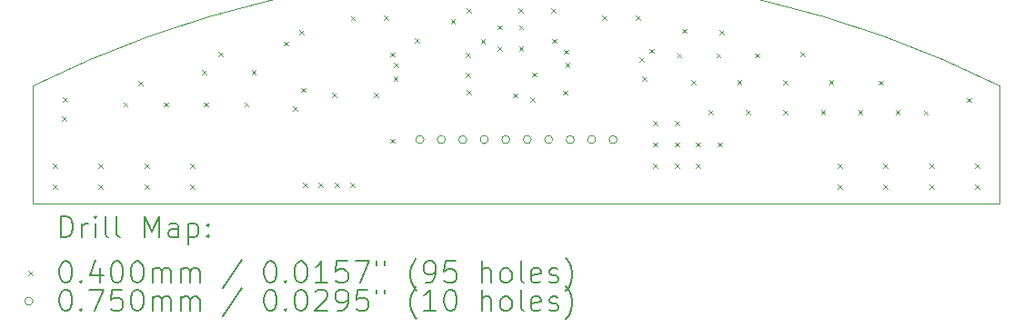
<source format=gbr>
%FSLAX45Y45*%
G04 Gerber Fmt 4.5, Leading zero omitted, Abs format (unit mm)*
G04 Created by KiCad (PCBNEW (6.0.6)) date 2022-07-17 20:06:46*
%MOMM*%
%LPD*%
G01*
G04 APERTURE LIST*
%TA.AperFunction,Profile*%
%ADD10C,0.050000*%
%TD*%
%ADD11C,0.200000*%
%ADD12C,0.040000*%
%ADD13C,0.075000*%
G04 APERTURE END LIST*
D10*
X12500000Y-10800000D02*
X12500000Y-11900000D01*
X21500000Y-10800000D02*
G75*
G03*
X12500000Y-10800000I-4500000J-9025604D01*
G01*
X12500000Y-11900000D02*
X21500000Y-11900000D01*
X21500000Y-11900000D02*
X21500000Y-10800000D01*
D11*
D12*
X12682000Y-11523000D02*
X12722000Y-11563000D01*
X12722000Y-11523000D02*
X12682000Y-11563000D01*
X12682000Y-11718000D02*
X12722000Y-11758000D01*
X12722000Y-11718000D02*
X12682000Y-11758000D01*
X12770000Y-11086000D02*
X12810000Y-11126000D01*
X12810000Y-11086000D02*
X12770000Y-11126000D01*
X12775000Y-10906000D02*
X12815000Y-10946000D01*
X12815000Y-10906000D02*
X12775000Y-10946000D01*
X13109000Y-11523000D02*
X13149000Y-11563000D01*
X13149000Y-11523000D02*
X13109000Y-11563000D01*
X13109000Y-11718000D02*
X13149000Y-11758000D01*
X13149000Y-11718000D02*
X13109000Y-11758000D01*
X13341000Y-10954000D02*
X13381000Y-10994000D01*
X13381000Y-10954000D02*
X13341000Y-10994000D01*
X13479000Y-10753000D02*
X13519000Y-10793000D01*
X13519000Y-10753000D02*
X13479000Y-10793000D01*
X13536000Y-11523000D02*
X13576000Y-11563000D01*
X13576000Y-11523000D02*
X13536000Y-11563000D01*
X13536000Y-11718000D02*
X13576000Y-11758000D01*
X13576000Y-11718000D02*
X13536000Y-11758000D01*
X13716333Y-10954000D02*
X13756333Y-10994000D01*
X13756333Y-10954000D02*
X13716333Y-10994000D01*
X13963000Y-11523000D02*
X14003000Y-11563000D01*
X14003000Y-11523000D02*
X13963000Y-11563000D01*
X13963000Y-11718000D02*
X14003000Y-11758000D01*
X14003000Y-11718000D02*
X13963000Y-11758000D01*
X14074000Y-10650000D02*
X14114000Y-10690000D01*
X14114000Y-10650000D02*
X14074000Y-10690000D01*
X14091667Y-10954000D02*
X14131667Y-10994000D01*
X14131667Y-10954000D02*
X14091667Y-10994000D01*
X14222000Y-10486000D02*
X14262000Y-10526000D01*
X14262000Y-10486000D02*
X14222000Y-10526000D01*
X14467000Y-10954000D02*
X14507000Y-10994000D01*
X14507000Y-10954000D02*
X14467000Y-10994000D01*
X14533000Y-10652000D02*
X14573000Y-10692000D01*
X14573000Y-10652000D02*
X14533000Y-10692000D01*
X14832000Y-10385000D02*
X14872000Y-10425000D01*
X14872000Y-10385000D02*
X14832000Y-10425000D01*
X14920000Y-10992000D02*
X14960000Y-11032000D01*
X14960000Y-10992000D02*
X14920000Y-11032000D01*
X14979000Y-10283000D02*
X15019000Y-10323000D01*
X15019000Y-10283000D02*
X14979000Y-10323000D01*
X14994000Y-10818000D02*
X15034000Y-10858000D01*
X15034000Y-10818000D02*
X14994000Y-10858000D01*
X15012000Y-11705000D02*
X15052000Y-11745000D01*
X15052000Y-11705000D02*
X15012000Y-11745000D01*
X15159000Y-11705000D02*
X15199000Y-11745000D01*
X15199000Y-11705000D02*
X15159000Y-11745000D01*
X15282000Y-10864000D02*
X15322000Y-10904000D01*
X15322000Y-10864000D02*
X15282000Y-10904000D01*
X15306000Y-11705000D02*
X15346000Y-11745000D01*
X15346000Y-11705000D02*
X15306000Y-11745000D01*
X15453000Y-11705000D02*
X15493000Y-11745000D01*
X15493000Y-11705000D02*
X15453000Y-11745000D01*
X15456000Y-10148000D02*
X15496000Y-10188000D01*
X15496000Y-10148000D02*
X15456000Y-10188000D01*
X15674000Y-10864000D02*
X15714000Y-10904000D01*
X15714000Y-10864000D02*
X15674000Y-10904000D01*
X15763000Y-10147000D02*
X15803000Y-10187000D01*
X15803000Y-10147000D02*
X15763000Y-10187000D01*
X15823000Y-11291000D02*
X15863000Y-11331000D01*
X15863000Y-11291000D02*
X15823000Y-11331000D01*
X15824453Y-10486547D02*
X15864453Y-10526547D01*
X15864453Y-10486547D02*
X15824453Y-10526547D01*
X15854500Y-10712500D02*
X15894500Y-10752500D01*
X15894500Y-10712500D02*
X15854500Y-10752500D01*
X15859500Y-10582500D02*
X15899500Y-10622500D01*
X15899500Y-10582500D02*
X15859500Y-10622500D01*
X16056224Y-10358286D02*
X16096224Y-10398286D01*
X16096224Y-10358286D02*
X16056224Y-10398286D01*
X16388000Y-10178000D02*
X16428000Y-10218000D01*
X16428000Y-10178000D02*
X16388000Y-10218000D01*
X16528000Y-10491000D02*
X16568000Y-10531000D01*
X16568000Y-10491000D02*
X16528000Y-10531000D01*
X16528000Y-10681000D02*
X16568000Y-10721000D01*
X16568000Y-10681000D02*
X16528000Y-10721000D01*
X16537000Y-10078000D02*
X16577000Y-10118000D01*
X16577000Y-10078000D02*
X16537000Y-10118000D01*
X16538000Y-10841000D02*
X16578000Y-10881000D01*
X16578000Y-10841000D02*
X16538000Y-10881000D01*
X16666250Y-10364750D02*
X16706250Y-10404750D01*
X16706250Y-10364750D02*
X16666250Y-10404750D01*
X16824000Y-10233000D02*
X16864000Y-10273000D01*
X16864000Y-10233000D02*
X16824000Y-10273000D01*
X16824000Y-10433000D02*
X16864000Y-10473000D01*
X16864000Y-10433000D02*
X16824000Y-10473000D01*
X16966000Y-10868000D02*
X17006000Y-10908000D01*
X17006000Y-10868000D02*
X16966000Y-10908000D01*
X17019000Y-10078000D02*
X17059000Y-10118000D01*
X17059000Y-10078000D02*
X17019000Y-10118000D01*
X17024000Y-10233000D02*
X17064000Y-10273000D01*
X17064000Y-10233000D02*
X17024000Y-10273000D01*
X17024000Y-10433000D02*
X17064000Y-10473000D01*
X17064000Y-10433000D02*
X17024000Y-10473000D01*
X17129000Y-10904000D02*
X17169000Y-10944000D01*
X17169000Y-10904000D02*
X17129000Y-10944000D01*
X17148000Y-10674000D02*
X17188000Y-10714000D01*
X17188000Y-10674000D02*
X17148000Y-10714000D01*
X17323000Y-10076000D02*
X17363000Y-10116000D01*
X17363000Y-10076000D02*
X17323000Y-10116000D01*
X17331000Y-10360000D02*
X17371000Y-10400000D01*
X17371000Y-10360000D02*
X17331000Y-10400000D01*
X17436000Y-10843000D02*
X17476000Y-10883000D01*
X17476000Y-10843000D02*
X17436000Y-10883000D01*
X17445000Y-10462000D02*
X17485000Y-10502000D01*
X17485000Y-10462000D02*
X17445000Y-10502000D01*
X17454500Y-10582500D02*
X17494500Y-10622500D01*
X17494500Y-10582500D02*
X17454500Y-10622500D01*
X17800000Y-10146000D02*
X17840000Y-10186000D01*
X17840000Y-10146000D02*
X17800000Y-10186000D01*
X18111000Y-10147000D02*
X18151000Y-10187000D01*
X18151000Y-10147000D02*
X18111000Y-10187000D01*
X18142000Y-10534000D02*
X18182000Y-10574000D01*
X18182000Y-10534000D02*
X18142000Y-10574000D01*
X18172500Y-10712500D02*
X18212500Y-10752500D01*
X18212500Y-10712500D02*
X18172500Y-10752500D01*
X18236500Y-10452500D02*
X18276500Y-10492500D01*
X18276500Y-10452500D02*
X18236500Y-10492500D01*
X18272000Y-11126000D02*
X18312000Y-11166000D01*
X18312000Y-11126000D02*
X18272000Y-11166000D01*
X18272000Y-11326000D02*
X18312000Y-11366000D01*
X18312000Y-11326000D02*
X18272000Y-11366000D01*
X18272000Y-11526000D02*
X18312000Y-11566000D01*
X18312000Y-11526000D02*
X18272000Y-11566000D01*
X18472000Y-11126000D02*
X18512000Y-11166000D01*
X18512000Y-11126000D02*
X18472000Y-11166000D01*
X18472000Y-11326000D02*
X18512000Y-11366000D01*
X18512000Y-11326000D02*
X18472000Y-11366000D01*
X18472000Y-11526000D02*
X18512000Y-11566000D01*
X18512000Y-11526000D02*
X18472000Y-11566000D01*
X18496000Y-10497000D02*
X18536000Y-10537000D01*
X18536000Y-10497000D02*
X18496000Y-10537000D01*
X18545000Y-10268000D02*
X18585000Y-10308000D01*
X18585000Y-10268000D02*
X18545000Y-10308000D01*
X18629000Y-10747000D02*
X18669000Y-10787000D01*
X18669000Y-10747000D02*
X18629000Y-10787000D01*
X18672000Y-11326000D02*
X18712000Y-11366000D01*
X18712000Y-11326000D02*
X18672000Y-11366000D01*
X18672000Y-11526000D02*
X18712000Y-11566000D01*
X18712000Y-11526000D02*
X18672000Y-11566000D01*
X18788200Y-11024000D02*
X18828200Y-11064000D01*
X18828200Y-11024000D02*
X18788200Y-11064000D01*
X18859500Y-10497000D02*
X18899500Y-10537000D01*
X18899500Y-10497000D02*
X18859500Y-10537000D01*
X18872000Y-11326000D02*
X18912000Y-11366000D01*
X18912000Y-11326000D02*
X18872000Y-11366000D01*
X18891000Y-10281000D02*
X18931000Y-10321000D01*
X18931000Y-10281000D02*
X18891000Y-10321000D01*
X19056000Y-10747000D02*
X19096000Y-10787000D01*
X19096000Y-10747000D02*
X19056000Y-10787000D01*
X19136400Y-11024000D02*
X19176400Y-11064000D01*
X19176400Y-11024000D02*
X19136400Y-11064000D01*
X19223000Y-10497000D02*
X19263000Y-10537000D01*
X19263000Y-10497000D02*
X19223000Y-10537000D01*
X19483000Y-10747000D02*
X19523000Y-10787000D01*
X19523000Y-10747000D02*
X19483000Y-10787000D01*
X19484600Y-11024000D02*
X19524600Y-11064000D01*
X19524600Y-11024000D02*
X19484600Y-11064000D01*
X19644000Y-10486000D02*
X19684000Y-10526000D01*
X19684000Y-10486000D02*
X19644000Y-10526000D01*
X19832800Y-11024000D02*
X19872800Y-11064000D01*
X19872800Y-11024000D02*
X19832800Y-11064000D01*
X19910000Y-10747000D02*
X19950000Y-10787000D01*
X19950000Y-10747000D02*
X19910000Y-10787000D01*
X19989000Y-11523000D02*
X20029000Y-11563000D01*
X20029000Y-11523000D02*
X19989000Y-11563000D01*
X19989000Y-11718000D02*
X20029000Y-11758000D01*
X20029000Y-11718000D02*
X19989000Y-11758000D01*
X20181000Y-11024000D02*
X20221000Y-11064000D01*
X20221000Y-11024000D02*
X20181000Y-11064000D01*
X20372000Y-10751000D02*
X20412000Y-10791000D01*
X20412000Y-10751000D02*
X20372000Y-10791000D01*
X20416000Y-11523000D02*
X20456000Y-11563000D01*
X20456000Y-11523000D02*
X20416000Y-11563000D01*
X20416000Y-11718000D02*
X20456000Y-11758000D01*
X20456000Y-11718000D02*
X20416000Y-11758000D01*
X20529200Y-11024000D02*
X20569200Y-11064000D01*
X20569200Y-11024000D02*
X20529200Y-11064000D01*
X20790000Y-11030000D02*
X20830000Y-11070000D01*
X20830000Y-11030000D02*
X20790000Y-11070000D01*
X20843000Y-11523000D02*
X20883000Y-11563000D01*
X20883000Y-11523000D02*
X20843000Y-11563000D01*
X20843000Y-11718000D02*
X20883000Y-11758000D01*
X20883000Y-11718000D02*
X20843000Y-11758000D01*
X21191000Y-10910000D02*
X21231000Y-10950000D01*
X21231000Y-10910000D02*
X21191000Y-10950000D01*
X21270000Y-11523000D02*
X21310000Y-11563000D01*
X21310000Y-11523000D02*
X21270000Y-11563000D01*
X21270000Y-11718000D02*
X21310000Y-11758000D01*
X21310000Y-11718000D02*
X21270000Y-11758000D01*
D13*
X16137500Y-11300000D02*
G75*
G03*
X16137500Y-11300000I-37500J0D01*
G01*
X16337500Y-11300000D02*
G75*
G03*
X16337500Y-11300000I-37500J0D01*
G01*
X16537500Y-11300000D02*
G75*
G03*
X16537500Y-11300000I-37500J0D01*
G01*
X16737500Y-11300000D02*
G75*
G03*
X16737500Y-11300000I-37500J0D01*
G01*
X16937500Y-11300000D02*
G75*
G03*
X16937500Y-11300000I-37500J0D01*
G01*
X17137500Y-11300000D02*
G75*
G03*
X17137500Y-11300000I-37500J0D01*
G01*
X17337500Y-11300000D02*
G75*
G03*
X17337500Y-11300000I-37500J0D01*
G01*
X17537500Y-11300000D02*
G75*
G03*
X17537500Y-11300000I-37500J0D01*
G01*
X17737500Y-11300000D02*
G75*
G03*
X17737500Y-11300000I-37500J0D01*
G01*
X17937500Y-11300000D02*
G75*
G03*
X17937500Y-11300000I-37500J0D01*
G01*
D11*
X12755119Y-12212976D02*
X12755119Y-12012976D01*
X12802738Y-12012976D01*
X12831309Y-12022500D01*
X12850357Y-12041548D01*
X12859881Y-12060595D01*
X12869405Y-12098690D01*
X12869405Y-12127262D01*
X12859881Y-12165357D01*
X12850357Y-12184405D01*
X12831309Y-12203452D01*
X12802738Y-12212976D01*
X12755119Y-12212976D01*
X12955119Y-12212976D02*
X12955119Y-12079643D01*
X12955119Y-12117738D02*
X12964643Y-12098690D01*
X12974167Y-12089167D01*
X12993214Y-12079643D01*
X13012262Y-12079643D01*
X13078928Y-12212976D02*
X13078928Y-12079643D01*
X13078928Y-12012976D02*
X13069405Y-12022500D01*
X13078928Y-12032024D01*
X13088452Y-12022500D01*
X13078928Y-12012976D01*
X13078928Y-12032024D01*
X13202738Y-12212976D02*
X13183690Y-12203452D01*
X13174167Y-12184405D01*
X13174167Y-12012976D01*
X13307500Y-12212976D02*
X13288452Y-12203452D01*
X13278928Y-12184405D01*
X13278928Y-12012976D01*
X13536071Y-12212976D02*
X13536071Y-12012976D01*
X13602738Y-12155833D01*
X13669405Y-12012976D01*
X13669405Y-12212976D01*
X13850357Y-12212976D02*
X13850357Y-12108214D01*
X13840833Y-12089167D01*
X13821786Y-12079643D01*
X13783690Y-12079643D01*
X13764643Y-12089167D01*
X13850357Y-12203452D02*
X13831309Y-12212976D01*
X13783690Y-12212976D01*
X13764643Y-12203452D01*
X13755119Y-12184405D01*
X13755119Y-12165357D01*
X13764643Y-12146309D01*
X13783690Y-12136786D01*
X13831309Y-12136786D01*
X13850357Y-12127262D01*
X13945595Y-12079643D02*
X13945595Y-12279643D01*
X13945595Y-12089167D02*
X13964643Y-12079643D01*
X14002738Y-12079643D01*
X14021786Y-12089167D01*
X14031309Y-12098690D01*
X14040833Y-12117738D01*
X14040833Y-12174881D01*
X14031309Y-12193928D01*
X14021786Y-12203452D01*
X14002738Y-12212976D01*
X13964643Y-12212976D01*
X13945595Y-12203452D01*
X14126548Y-12193928D02*
X14136071Y-12203452D01*
X14126548Y-12212976D01*
X14117024Y-12203452D01*
X14126548Y-12193928D01*
X14126548Y-12212976D01*
X14126548Y-12089167D02*
X14136071Y-12098690D01*
X14126548Y-12108214D01*
X14117024Y-12098690D01*
X14126548Y-12089167D01*
X14126548Y-12108214D01*
D12*
X12457500Y-12522500D02*
X12497500Y-12562500D01*
X12497500Y-12522500D02*
X12457500Y-12562500D01*
D11*
X12793214Y-12432976D02*
X12812262Y-12432976D01*
X12831309Y-12442500D01*
X12840833Y-12452024D01*
X12850357Y-12471071D01*
X12859881Y-12509167D01*
X12859881Y-12556786D01*
X12850357Y-12594881D01*
X12840833Y-12613928D01*
X12831309Y-12623452D01*
X12812262Y-12632976D01*
X12793214Y-12632976D01*
X12774167Y-12623452D01*
X12764643Y-12613928D01*
X12755119Y-12594881D01*
X12745595Y-12556786D01*
X12745595Y-12509167D01*
X12755119Y-12471071D01*
X12764643Y-12452024D01*
X12774167Y-12442500D01*
X12793214Y-12432976D01*
X12945595Y-12613928D02*
X12955119Y-12623452D01*
X12945595Y-12632976D01*
X12936071Y-12623452D01*
X12945595Y-12613928D01*
X12945595Y-12632976D01*
X13126548Y-12499643D02*
X13126548Y-12632976D01*
X13078928Y-12423452D02*
X13031309Y-12566309D01*
X13155119Y-12566309D01*
X13269405Y-12432976D02*
X13288452Y-12432976D01*
X13307500Y-12442500D01*
X13317024Y-12452024D01*
X13326548Y-12471071D01*
X13336071Y-12509167D01*
X13336071Y-12556786D01*
X13326548Y-12594881D01*
X13317024Y-12613928D01*
X13307500Y-12623452D01*
X13288452Y-12632976D01*
X13269405Y-12632976D01*
X13250357Y-12623452D01*
X13240833Y-12613928D01*
X13231309Y-12594881D01*
X13221786Y-12556786D01*
X13221786Y-12509167D01*
X13231309Y-12471071D01*
X13240833Y-12452024D01*
X13250357Y-12442500D01*
X13269405Y-12432976D01*
X13459881Y-12432976D02*
X13478928Y-12432976D01*
X13497976Y-12442500D01*
X13507500Y-12452024D01*
X13517024Y-12471071D01*
X13526548Y-12509167D01*
X13526548Y-12556786D01*
X13517024Y-12594881D01*
X13507500Y-12613928D01*
X13497976Y-12623452D01*
X13478928Y-12632976D01*
X13459881Y-12632976D01*
X13440833Y-12623452D01*
X13431309Y-12613928D01*
X13421786Y-12594881D01*
X13412262Y-12556786D01*
X13412262Y-12509167D01*
X13421786Y-12471071D01*
X13431309Y-12452024D01*
X13440833Y-12442500D01*
X13459881Y-12432976D01*
X13612262Y-12632976D02*
X13612262Y-12499643D01*
X13612262Y-12518690D02*
X13621786Y-12509167D01*
X13640833Y-12499643D01*
X13669405Y-12499643D01*
X13688452Y-12509167D01*
X13697976Y-12528214D01*
X13697976Y-12632976D01*
X13697976Y-12528214D02*
X13707500Y-12509167D01*
X13726548Y-12499643D01*
X13755119Y-12499643D01*
X13774167Y-12509167D01*
X13783690Y-12528214D01*
X13783690Y-12632976D01*
X13878928Y-12632976D02*
X13878928Y-12499643D01*
X13878928Y-12518690D02*
X13888452Y-12509167D01*
X13907500Y-12499643D01*
X13936071Y-12499643D01*
X13955119Y-12509167D01*
X13964643Y-12528214D01*
X13964643Y-12632976D01*
X13964643Y-12528214D02*
X13974167Y-12509167D01*
X13993214Y-12499643D01*
X14021786Y-12499643D01*
X14040833Y-12509167D01*
X14050357Y-12528214D01*
X14050357Y-12632976D01*
X14440833Y-12423452D02*
X14269405Y-12680595D01*
X14697976Y-12432976D02*
X14717024Y-12432976D01*
X14736071Y-12442500D01*
X14745595Y-12452024D01*
X14755119Y-12471071D01*
X14764643Y-12509167D01*
X14764643Y-12556786D01*
X14755119Y-12594881D01*
X14745595Y-12613928D01*
X14736071Y-12623452D01*
X14717024Y-12632976D01*
X14697976Y-12632976D01*
X14678928Y-12623452D01*
X14669405Y-12613928D01*
X14659881Y-12594881D01*
X14650357Y-12556786D01*
X14650357Y-12509167D01*
X14659881Y-12471071D01*
X14669405Y-12452024D01*
X14678928Y-12442500D01*
X14697976Y-12432976D01*
X14850357Y-12613928D02*
X14859881Y-12623452D01*
X14850357Y-12632976D01*
X14840833Y-12623452D01*
X14850357Y-12613928D01*
X14850357Y-12632976D01*
X14983690Y-12432976D02*
X15002738Y-12432976D01*
X15021786Y-12442500D01*
X15031309Y-12452024D01*
X15040833Y-12471071D01*
X15050357Y-12509167D01*
X15050357Y-12556786D01*
X15040833Y-12594881D01*
X15031309Y-12613928D01*
X15021786Y-12623452D01*
X15002738Y-12632976D01*
X14983690Y-12632976D01*
X14964643Y-12623452D01*
X14955119Y-12613928D01*
X14945595Y-12594881D01*
X14936071Y-12556786D01*
X14936071Y-12509167D01*
X14945595Y-12471071D01*
X14955119Y-12452024D01*
X14964643Y-12442500D01*
X14983690Y-12432976D01*
X15240833Y-12632976D02*
X15126548Y-12632976D01*
X15183690Y-12632976D02*
X15183690Y-12432976D01*
X15164643Y-12461548D01*
X15145595Y-12480595D01*
X15126548Y-12490119D01*
X15421786Y-12432976D02*
X15326548Y-12432976D01*
X15317024Y-12528214D01*
X15326548Y-12518690D01*
X15345595Y-12509167D01*
X15393214Y-12509167D01*
X15412262Y-12518690D01*
X15421786Y-12528214D01*
X15431309Y-12547262D01*
X15431309Y-12594881D01*
X15421786Y-12613928D01*
X15412262Y-12623452D01*
X15393214Y-12632976D01*
X15345595Y-12632976D01*
X15326548Y-12623452D01*
X15317024Y-12613928D01*
X15497976Y-12432976D02*
X15631309Y-12432976D01*
X15545595Y-12632976D01*
X15697976Y-12432976D02*
X15697976Y-12471071D01*
X15774167Y-12432976D02*
X15774167Y-12471071D01*
X16069405Y-12709167D02*
X16059881Y-12699643D01*
X16040833Y-12671071D01*
X16031309Y-12652024D01*
X16021786Y-12623452D01*
X16012262Y-12575833D01*
X16012262Y-12537738D01*
X16021786Y-12490119D01*
X16031309Y-12461548D01*
X16040833Y-12442500D01*
X16059881Y-12413928D01*
X16069405Y-12404405D01*
X16155119Y-12632976D02*
X16193214Y-12632976D01*
X16212262Y-12623452D01*
X16221786Y-12613928D01*
X16240833Y-12585357D01*
X16250357Y-12547262D01*
X16250357Y-12471071D01*
X16240833Y-12452024D01*
X16231309Y-12442500D01*
X16212262Y-12432976D01*
X16174167Y-12432976D01*
X16155119Y-12442500D01*
X16145595Y-12452024D01*
X16136071Y-12471071D01*
X16136071Y-12518690D01*
X16145595Y-12537738D01*
X16155119Y-12547262D01*
X16174167Y-12556786D01*
X16212262Y-12556786D01*
X16231309Y-12547262D01*
X16240833Y-12537738D01*
X16250357Y-12518690D01*
X16431309Y-12432976D02*
X16336071Y-12432976D01*
X16326548Y-12528214D01*
X16336071Y-12518690D01*
X16355119Y-12509167D01*
X16402738Y-12509167D01*
X16421786Y-12518690D01*
X16431309Y-12528214D01*
X16440833Y-12547262D01*
X16440833Y-12594881D01*
X16431309Y-12613928D01*
X16421786Y-12623452D01*
X16402738Y-12632976D01*
X16355119Y-12632976D01*
X16336071Y-12623452D01*
X16326548Y-12613928D01*
X16678928Y-12632976D02*
X16678928Y-12432976D01*
X16764643Y-12632976D02*
X16764643Y-12528214D01*
X16755119Y-12509167D01*
X16736071Y-12499643D01*
X16707500Y-12499643D01*
X16688452Y-12509167D01*
X16678928Y-12518690D01*
X16888452Y-12632976D02*
X16869405Y-12623452D01*
X16859881Y-12613928D01*
X16850357Y-12594881D01*
X16850357Y-12537738D01*
X16859881Y-12518690D01*
X16869405Y-12509167D01*
X16888452Y-12499643D01*
X16917024Y-12499643D01*
X16936071Y-12509167D01*
X16945595Y-12518690D01*
X16955119Y-12537738D01*
X16955119Y-12594881D01*
X16945595Y-12613928D01*
X16936071Y-12623452D01*
X16917024Y-12632976D01*
X16888452Y-12632976D01*
X17069405Y-12632976D02*
X17050357Y-12623452D01*
X17040833Y-12604405D01*
X17040833Y-12432976D01*
X17221786Y-12623452D02*
X17202738Y-12632976D01*
X17164643Y-12632976D01*
X17145595Y-12623452D01*
X17136071Y-12604405D01*
X17136071Y-12528214D01*
X17145595Y-12509167D01*
X17164643Y-12499643D01*
X17202738Y-12499643D01*
X17221786Y-12509167D01*
X17231310Y-12528214D01*
X17231310Y-12547262D01*
X17136071Y-12566309D01*
X17307500Y-12623452D02*
X17326548Y-12632976D01*
X17364643Y-12632976D01*
X17383690Y-12623452D01*
X17393214Y-12604405D01*
X17393214Y-12594881D01*
X17383690Y-12575833D01*
X17364643Y-12566309D01*
X17336071Y-12566309D01*
X17317024Y-12556786D01*
X17307500Y-12537738D01*
X17307500Y-12528214D01*
X17317024Y-12509167D01*
X17336071Y-12499643D01*
X17364643Y-12499643D01*
X17383690Y-12509167D01*
X17459881Y-12709167D02*
X17469405Y-12699643D01*
X17488452Y-12671071D01*
X17497976Y-12652024D01*
X17507500Y-12623452D01*
X17517024Y-12575833D01*
X17517024Y-12537738D01*
X17507500Y-12490119D01*
X17497976Y-12461548D01*
X17488452Y-12442500D01*
X17469405Y-12413928D01*
X17459881Y-12404405D01*
D13*
X12497500Y-12806500D02*
G75*
G03*
X12497500Y-12806500I-37500J0D01*
G01*
D11*
X12793214Y-12696976D02*
X12812262Y-12696976D01*
X12831309Y-12706500D01*
X12840833Y-12716024D01*
X12850357Y-12735071D01*
X12859881Y-12773167D01*
X12859881Y-12820786D01*
X12850357Y-12858881D01*
X12840833Y-12877928D01*
X12831309Y-12887452D01*
X12812262Y-12896976D01*
X12793214Y-12896976D01*
X12774167Y-12887452D01*
X12764643Y-12877928D01*
X12755119Y-12858881D01*
X12745595Y-12820786D01*
X12745595Y-12773167D01*
X12755119Y-12735071D01*
X12764643Y-12716024D01*
X12774167Y-12706500D01*
X12793214Y-12696976D01*
X12945595Y-12877928D02*
X12955119Y-12887452D01*
X12945595Y-12896976D01*
X12936071Y-12887452D01*
X12945595Y-12877928D01*
X12945595Y-12896976D01*
X13021786Y-12696976D02*
X13155119Y-12696976D01*
X13069405Y-12896976D01*
X13326548Y-12696976D02*
X13231309Y-12696976D01*
X13221786Y-12792214D01*
X13231309Y-12782690D01*
X13250357Y-12773167D01*
X13297976Y-12773167D01*
X13317024Y-12782690D01*
X13326548Y-12792214D01*
X13336071Y-12811262D01*
X13336071Y-12858881D01*
X13326548Y-12877928D01*
X13317024Y-12887452D01*
X13297976Y-12896976D01*
X13250357Y-12896976D01*
X13231309Y-12887452D01*
X13221786Y-12877928D01*
X13459881Y-12696976D02*
X13478928Y-12696976D01*
X13497976Y-12706500D01*
X13507500Y-12716024D01*
X13517024Y-12735071D01*
X13526548Y-12773167D01*
X13526548Y-12820786D01*
X13517024Y-12858881D01*
X13507500Y-12877928D01*
X13497976Y-12887452D01*
X13478928Y-12896976D01*
X13459881Y-12896976D01*
X13440833Y-12887452D01*
X13431309Y-12877928D01*
X13421786Y-12858881D01*
X13412262Y-12820786D01*
X13412262Y-12773167D01*
X13421786Y-12735071D01*
X13431309Y-12716024D01*
X13440833Y-12706500D01*
X13459881Y-12696976D01*
X13612262Y-12896976D02*
X13612262Y-12763643D01*
X13612262Y-12782690D02*
X13621786Y-12773167D01*
X13640833Y-12763643D01*
X13669405Y-12763643D01*
X13688452Y-12773167D01*
X13697976Y-12792214D01*
X13697976Y-12896976D01*
X13697976Y-12792214D02*
X13707500Y-12773167D01*
X13726548Y-12763643D01*
X13755119Y-12763643D01*
X13774167Y-12773167D01*
X13783690Y-12792214D01*
X13783690Y-12896976D01*
X13878928Y-12896976D02*
X13878928Y-12763643D01*
X13878928Y-12782690D02*
X13888452Y-12773167D01*
X13907500Y-12763643D01*
X13936071Y-12763643D01*
X13955119Y-12773167D01*
X13964643Y-12792214D01*
X13964643Y-12896976D01*
X13964643Y-12792214D02*
X13974167Y-12773167D01*
X13993214Y-12763643D01*
X14021786Y-12763643D01*
X14040833Y-12773167D01*
X14050357Y-12792214D01*
X14050357Y-12896976D01*
X14440833Y-12687452D02*
X14269405Y-12944595D01*
X14697976Y-12696976D02*
X14717024Y-12696976D01*
X14736071Y-12706500D01*
X14745595Y-12716024D01*
X14755119Y-12735071D01*
X14764643Y-12773167D01*
X14764643Y-12820786D01*
X14755119Y-12858881D01*
X14745595Y-12877928D01*
X14736071Y-12887452D01*
X14717024Y-12896976D01*
X14697976Y-12896976D01*
X14678928Y-12887452D01*
X14669405Y-12877928D01*
X14659881Y-12858881D01*
X14650357Y-12820786D01*
X14650357Y-12773167D01*
X14659881Y-12735071D01*
X14669405Y-12716024D01*
X14678928Y-12706500D01*
X14697976Y-12696976D01*
X14850357Y-12877928D02*
X14859881Y-12887452D01*
X14850357Y-12896976D01*
X14840833Y-12887452D01*
X14850357Y-12877928D01*
X14850357Y-12896976D01*
X14983690Y-12696976D02*
X15002738Y-12696976D01*
X15021786Y-12706500D01*
X15031309Y-12716024D01*
X15040833Y-12735071D01*
X15050357Y-12773167D01*
X15050357Y-12820786D01*
X15040833Y-12858881D01*
X15031309Y-12877928D01*
X15021786Y-12887452D01*
X15002738Y-12896976D01*
X14983690Y-12896976D01*
X14964643Y-12887452D01*
X14955119Y-12877928D01*
X14945595Y-12858881D01*
X14936071Y-12820786D01*
X14936071Y-12773167D01*
X14945595Y-12735071D01*
X14955119Y-12716024D01*
X14964643Y-12706500D01*
X14983690Y-12696976D01*
X15126548Y-12716024D02*
X15136071Y-12706500D01*
X15155119Y-12696976D01*
X15202738Y-12696976D01*
X15221786Y-12706500D01*
X15231309Y-12716024D01*
X15240833Y-12735071D01*
X15240833Y-12754119D01*
X15231309Y-12782690D01*
X15117024Y-12896976D01*
X15240833Y-12896976D01*
X15336071Y-12896976D02*
X15374167Y-12896976D01*
X15393214Y-12887452D01*
X15402738Y-12877928D01*
X15421786Y-12849357D01*
X15431309Y-12811262D01*
X15431309Y-12735071D01*
X15421786Y-12716024D01*
X15412262Y-12706500D01*
X15393214Y-12696976D01*
X15355119Y-12696976D01*
X15336071Y-12706500D01*
X15326548Y-12716024D01*
X15317024Y-12735071D01*
X15317024Y-12782690D01*
X15326548Y-12801738D01*
X15336071Y-12811262D01*
X15355119Y-12820786D01*
X15393214Y-12820786D01*
X15412262Y-12811262D01*
X15421786Y-12801738D01*
X15431309Y-12782690D01*
X15612262Y-12696976D02*
X15517024Y-12696976D01*
X15507500Y-12792214D01*
X15517024Y-12782690D01*
X15536071Y-12773167D01*
X15583690Y-12773167D01*
X15602738Y-12782690D01*
X15612262Y-12792214D01*
X15621786Y-12811262D01*
X15621786Y-12858881D01*
X15612262Y-12877928D01*
X15602738Y-12887452D01*
X15583690Y-12896976D01*
X15536071Y-12896976D01*
X15517024Y-12887452D01*
X15507500Y-12877928D01*
X15697976Y-12696976D02*
X15697976Y-12735071D01*
X15774167Y-12696976D02*
X15774167Y-12735071D01*
X16069405Y-12973167D02*
X16059881Y-12963643D01*
X16040833Y-12935071D01*
X16031309Y-12916024D01*
X16021786Y-12887452D01*
X16012262Y-12839833D01*
X16012262Y-12801738D01*
X16021786Y-12754119D01*
X16031309Y-12725548D01*
X16040833Y-12706500D01*
X16059881Y-12677928D01*
X16069405Y-12668405D01*
X16250357Y-12896976D02*
X16136071Y-12896976D01*
X16193214Y-12896976D02*
X16193214Y-12696976D01*
X16174167Y-12725548D01*
X16155119Y-12744595D01*
X16136071Y-12754119D01*
X16374167Y-12696976D02*
X16393214Y-12696976D01*
X16412262Y-12706500D01*
X16421786Y-12716024D01*
X16431309Y-12735071D01*
X16440833Y-12773167D01*
X16440833Y-12820786D01*
X16431309Y-12858881D01*
X16421786Y-12877928D01*
X16412262Y-12887452D01*
X16393214Y-12896976D01*
X16374167Y-12896976D01*
X16355119Y-12887452D01*
X16345595Y-12877928D01*
X16336071Y-12858881D01*
X16326548Y-12820786D01*
X16326548Y-12773167D01*
X16336071Y-12735071D01*
X16345595Y-12716024D01*
X16355119Y-12706500D01*
X16374167Y-12696976D01*
X16678928Y-12896976D02*
X16678928Y-12696976D01*
X16764643Y-12896976D02*
X16764643Y-12792214D01*
X16755119Y-12773167D01*
X16736071Y-12763643D01*
X16707500Y-12763643D01*
X16688452Y-12773167D01*
X16678928Y-12782690D01*
X16888452Y-12896976D02*
X16869405Y-12887452D01*
X16859881Y-12877928D01*
X16850357Y-12858881D01*
X16850357Y-12801738D01*
X16859881Y-12782690D01*
X16869405Y-12773167D01*
X16888452Y-12763643D01*
X16917024Y-12763643D01*
X16936071Y-12773167D01*
X16945595Y-12782690D01*
X16955119Y-12801738D01*
X16955119Y-12858881D01*
X16945595Y-12877928D01*
X16936071Y-12887452D01*
X16917024Y-12896976D01*
X16888452Y-12896976D01*
X17069405Y-12896976D02*
X17050357Y-12887452D01*
X17040833Y-12868405D01*
X17040833Y-12696976D01*
X17221786Y-12887452D02*
X17202738Y-12896976D01*
X17164643Y-12896976D01*
X17145595Y-12887452D01*
X17136071Y-12868405D01*
X17136071Y-12792214D01*
X17145595Y-12773167D01*
X17164643Y-12763643D01*
X17202738Y-12763643D01*
X17221786Y-12773167D01*
X17231310Y-12792214D01*
X17231310Y-12811262D01*
X17136071Y-12830309D01*
X17307500Y-12887452D02*
X17326548Y-12896976D01*
X17364643Y-12896976D01*
X17383690Y-12887452D01*
X17393214Y-12868405D01*
X17393214Y-12858881D01*
X17383690Y-12839833D01*
X17364643Y-12830309D01*
X17336071Y-12830309D01*
X17317024Y-12820786D01*
X17307500Y-12801738D01*
X17307500Y-12792214D01*
X17317024Y-12773167D01*
X17336071Y-12763643D01*
X17364643Y-12763643D01*
X17383690Y-12773167D01*
X17459881Y-12973167D02*
X17469405Y-12963643D01*
X17488452Y-12935071D01*
X17497976Y-12916024D01*
X17507500Y-12887452D01*
X17517024Y-12839833D01*
X17517024Y-12801738D01*
X17507500Y-12754119D01*
X17497976Y-12725548D01*
X17488452Y-12706500D01*
X17469405Y-12677928D01*
X17459881Y-12668405D01*
M02*

</source>
